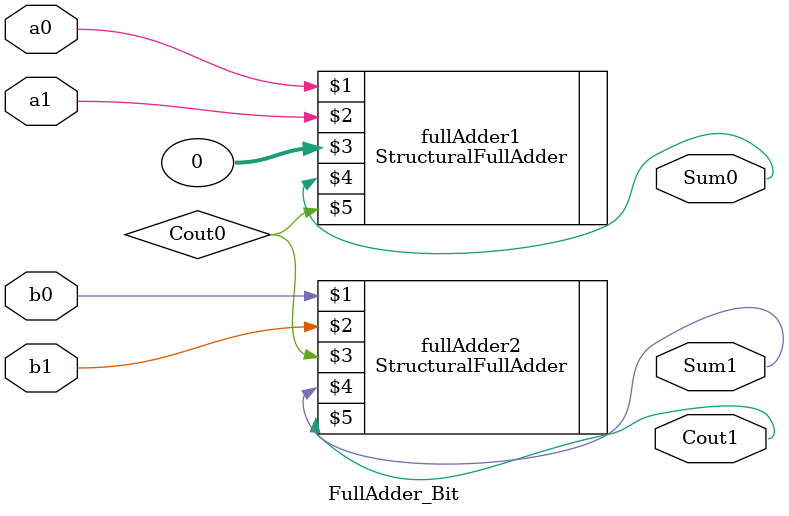
<source format=v>
`timescale 1ns / 1ps
module LabMultiplier(
    input a0, b0,
    output c2, s2, s3, s4
    );
wire s0, s1, c0, c1;
FullAdder_Bit fab1(a0,b0,a0,b0,s1,s0,c0);
FullAdder_Bit fab2(a0,b0,s1,s0,s3,s2,c1);
StructuralFullAdder sfa(c0,c1,0,s4,c2);

endmodule

module FullAdder_Bit(
input a0, b0, a1, b1,
output Sum0, Sum1, Cout1
    );
wire Cout0;
StructuralFullAdder fullAdder1(a0, a1, 0, Sum0, Cout0);
StructuralFullAdder fullAdder2(b0, b1, Cout0, Sum1, Cout1);
endmodule


</source>
